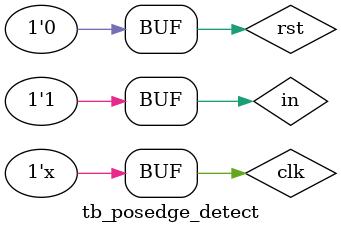
<source format=v>
`timescale 1ns / 1ps


module tb_posedge_detect;

	// Inputs
	reg in;
	reg clk;
	reg rst;

	// Outputs
	wire out;

	// Instantiate the Unit Under Test (UUT)
	posedge_detect uut (
		.in(in), 
		.clk(clk), 
		.rst(rst), 
		.out(out)
	);
		always #1 clk = ~clk;
	initial begin
		// Initialize Inputs
		in = 0;
		clk = 0;
		rst = 0;

		// Wait 100 ns for global reset to finish
		#100;
      in = 1;
		#50
		in = 0;
		#30
		in = 1;
		// Add stimulus here

	end
      
endmodule


</source>
